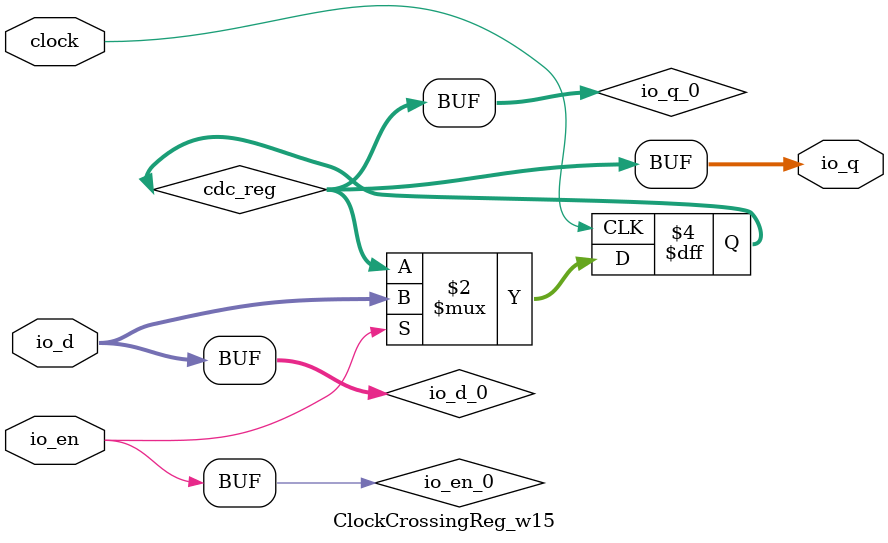
<source format=sv>
`ifndef RANDOMIZE
  `ifdef RANDOMIZE_MEM_INIT
    `define RANDOMIZE
  `endif // RANDOMIZE_MEM_INIT
`endif // not def RANDOMIZE
`ifndef RANDOMIZE
  `ifdef RANDOMIZE_REG_INIT
    `define RANDOMIZE
  `endif // RANDOMIZE_REG_INIT
`endif // not def RANDOMIZE

`ifndef RANDOM
  `define RANDOM $random
`endif // not def RANDOM

// Users can define INIT_RANDOM as general code that gets injected into the
// initializer block for modules with registers.
`ifndef INIT_RANDOM
  `define INIT_RANDOM
`endif // not def INIT_RANDOM

// If using random initialization, you can also define RANDOMIZE_DELAY to
// customize the delay used, otherwise 0.002 is used.
`ifndef RANDOMIZE_DELAY
  `define RANDOMIZE_DELAY 0.002
`endif // not def RANDOMIZE_DELAY

// Define INIT_RANDOM_PROLOG_ for use in our modules below.
`ifndef INIT_RANDOM_PROLOG_
  `ifdef RANDOMIZE
    `ifdef VERILATOR
      `define INIT_RANDOM_PROLOG_ `INIT_RANDOM
    `else  // VERILATOR
      `define INIT_RANDOM_PROLOG_ `INIT_RANDOM #`RANDOMIZE_DELAY begin end
    `endif // VERILATOR
  `else  // RANDOMIZE
    `define INIT_RANDOM_PROLOG_
  `endif // RANDOMIZE
`endif // not def INIT_RANDOM_PROLOG_

// Include register initializers in init blocks unless synthesis is set
`ifndef SYNTHESIS
  `ifndef ENABLE_INITIAL_REG_
    `define ENABLE_INITIAL_REG_
  `endif // not def ENABLE_INITIAL_REG_
`endif // not def SYNTHESIS

// Include rmemory initializers in init blocks unless synthesis is set
`ifndef SYNTHESIS
  `ifndef ENABLE_INITIAL_MEM_
    `define ENABLE_INITIAL_MEM_
  `endif // not def ENABLE_INITIAL_MEM_
`endif // not def SYNTHESIS

// Standard header to adapt well known macros for prints and assertions.

// Users can define 'PRINTF_COND' to add an extra gate to prints.
`ifndef PRINTF_COND_
  `ifdef PRINTF_COND
    `define PRINTF_COND_ (`PRINTF_COND)
  `else  // PRINTF_COND
    `define PRINTF_COND_ 1
  `endif // PRINTF_COND
`endif // not def PRINTF_COND_

// Users can define 'ASSERT_VERBOSE_COND' to add an extra gate to assert error printing.
`ifndef ASSERT_VERBOSE_COND_
  `ifdef ASSERT_VERBOSE_COND
    `define ASSERT_VERBOSE_COND_ (`ASSERT_VERBOSE_COND)
  `else  // ASSERT_VERBOSE_COND
    `define ASSERT_VERBOSE_COND_ 1
  `endif // ASSERT_VERBOSE_COND
`endif // not def ASSERT_VERBOSE_COND_

// Users can define 'STOP_COND' to add an extra gate to stop conditions.
`ifndef STOP_COND_
  `ifdef STOP_COND
    `define STOP_COND_ (`STOP_COND)
  `else  // STOP_COND
    `define STOP_COND_ 1
  `endif // STOP_COND
`endif // not def STOP_COND_

module ClockCrossingReg_w15(
  input         clock,
  input  [14:0] io_d,	// src/main/scala/util/SynchronizerReg.scala:195:14
  output [14:0] io_q,	// src/main/scala/util/SynchronizerReg.scala:195:14
  input         io_en	// src/main/scala/util/SynchronizerReg.scala:195:14
);

  wire [14:0] io_d_0 = io_d;
  wire        io_en_0 = io_en;
  reg  [14:0] cdc_reg;	// src/main/scala/util/SynchronizerReg.scala:201:76
  wire [14:0] io_q_0 = cdc_reg;	// src/main/scala/util/SynchronizerReg.scala:201:76
  always @(posedge clock) begin
    if (io_en_0)
      cdc_reg <= io_d_0;	// src/main/scala/util/SynchronizerReg.scala:201:76
  end // always @(posedge)
  `ifdef ENABLE_INITIAL_REG_
    `ifdef FIRRTL_BEFORE_INITIAL
      `FIRRTL_BEFORE_INITIAL
    `endif // FIRRTL_BEFORE_INITIAL
    initial begin
      automatic logic [31:0] _RANDOM[0:0];
      `ifdef INIT_RANDOM_PROLOG_
        `INIT_RANDOM_PROLOG_
      `endif // INIT_RANDOM_PROLOG_
      `ifdef RANDOMIZE_REG_INIT
        _RANDOM[/*Zero width*/ 1'b0] = `RANDOM;
        cdc_reg = _RANDOM[/*Zero width*/ 1'b0][14:0];	// src/main/scala/util/SynchronizerReg.scala:201:76
      `endif // RANDOMIZE_REG_INIT
    end // initial
    `ifdef FIRRTL_AFTER_INITIAL
      `FIRRTL_AFTER_INITIAL
    `endif // FIRRTL_AFTER_INITIAL
  `endif // ENABLE_INITIAL_REG_
  assign io_q = io_q_0;
endmodule


</source>
